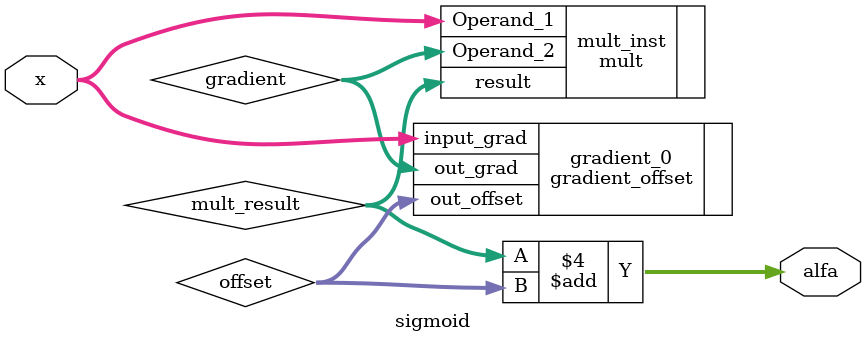
<source format=v>


module sigmoid #(
	parameter BITS = 16
)(
	input [BITS-1:0] x,
	output  [BITS-1:0] alfa
);
	// Initialize wire
	wire [BITS-1:0] mult_result;	
	wire [BITS-1:0] gradient;	
	wire [BITS-1:0] offset;

	wire [BITS-1:0] not_in;	
	wire [BITS-1:0] abs;	


assign not_in = x[15]? ~x[BITS-1:0]:x[BITS-1:0]; //absolute operation 
assign abs = not_in + x[15]; //absolute operation

    gradient_offset gradient_0 (
        .input_grad(x),
        .out_grad(gradient),
        .out_offset(offset)

    );
	
	// Multiplier
	mult mult_inst (
	.Operand_1(x), .Operand_2(gradient),
	.result(mult_result)
	);
	
	// Calculate alfa
    assign alfa = mult_result + offset; // Update alfa based on the combinational logic
endmodule
	

	
	
	


</source>
